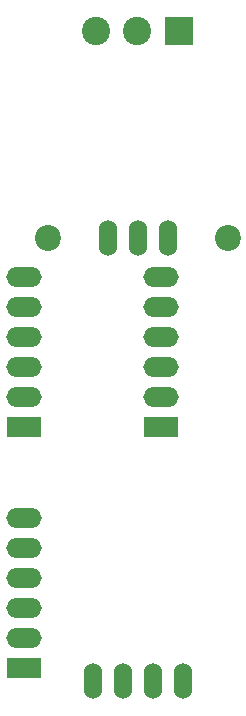
<source format=gtl>
G04 #@! TF.GenerationSoftware,KiCad,Pcbnew,5.99.0-unknown-9f841da98e~134~ubuntu20.04.1*
G04 #@! TF.CreationDate,2021-11-20T10:56:18+01:00*
G04 #@! TF.ProjectId,slave-modbus,736c6176-652d-46d6-9f64-6275732e6b69,rev?*
G04 #@! TF.SameCoordinates,PX3a22d00PY8062360*
G04 #@! TF.FileFunction,Copper,L1,Top*
G04 #@! TF.FilePolarity,Positive*
%FSLAX46Y46*%
G04 Gerber Fmt 4.6, Leading zero omitted, Abs format (unit mm)*
G04 Created by KiCad (PCBNEW 5.99.0-unknown-9f841da98e~134~ubuntu20.04.1) date 2021-11-20 10:56:18*
%MOMM*%
%LPD*%
G01*
G04 APERTURE LIST*
G04 #@! TA.AperFunction,ComponentPad*
%ADD10R,2.400000X2.400000*%
G04 #@! TD*
G04 #@! TA.AperFunction,ComponentPad*
%ADD11C,2.400000*%
G04 #@! TD*
G04 #@! TA.AperFunction,ComponentPad*
%ADD12O,1.524000X3.048000*%
G04 #@! TD*
G04 #@! TA.AperFunction,ComponentPad*
%ADD13C,2.200000*%
G04 #@! TD*
G04 #@! TA.AperFunction,ComponentPad*
%ADD14R,3.000000X1.700000*%
G04 #@! TD*
G04 #@! TA.AperFunction,ComponentPad*
%ADD15O,3.000000X1.700000*%
G04 #@! TD*
G04 APERTURE END LIST*
D10*
X85034000Y-68010000D03*
D11*
X81534000Y-68010000D03*
X78034000Y-68010000D03*
D12*
X77732000Y-123063000D03*
X80272000Y-123063000D03*
X82812000Y-123063000D03*
X85352000Y-123063000D03*
X84082000Y-85598000D03*
X81542000Y-85598000D03*
X79002000Y-85598000D03*
D13*
X73922000Y-85598000D03*
X89162000Y-85598000D03*
D14*
X71890000Y-101575000D03*
D15*
X71890000Y-99035000D03*
X71890000Y-96495000D03*
X71890000Y-93955000D03*
X71890000Y-91415000D03*
X71890000Y-88875000D03*
D14*
X71890000Y-121955000D03*
D15*
X71890000Y-119415000D03*
X71890000Y-116875000D03*
X71890000Y-114335000D03*
X71890000Y-111795000D03*
X71890000Y-109255000D03*
D14*
X83492000Y-101575000D03*
D15*
X83492000Y-99035000D03*
X83492000Y-96495000D03*
X83492000Y-93955000D03*
X83492000Y-91415000D03*
X83492000Y-88875000D03*
M02*

</source>
